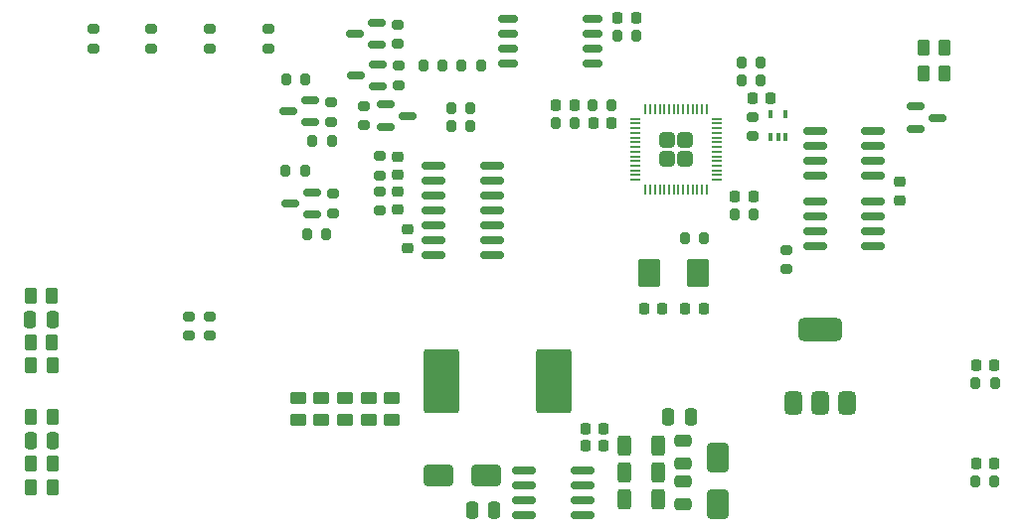
<source format=gbr>
%TF.GenerationSoftware,KiCad,Pcbnew,9.0.4-1.fc42*%
%TF.CreationDate,2025-09-28T20:56:02+03:00*%
%TF.ProjectId,ea01,65613031-2e6b-4696-9361-645f70636258,rev?*%
%TF.SameCoordinates,Original*%
%TF.FileFunction,Paste,Top*%
%TF.FilePolarity,Positive*%
%FSLAX46Y46*%
G04 Gerber Fmt 4.6, Leading zero omitted, Abs format (unit mm)*
G04 Created by KiCad (PCBNEW 9.0.4-1.fc42) date 2025-09-28 20:56:02*
%MOMM*%
%LPD*%
G01*
G04 APERTURE LIST*
G04 Aperture macros list*
%AMRoundRect*
0 Rectangle with rounded corners*
0 $1 Rounding radius*
0 $2 $3 $4 $5 $6 $7 $8 $9 X,Y pos of 4 corners*
0 Add a 4 corners polygon primitive as box body*
4,1,4,$2,$3,$4,$5,$6,$7,$8,$9,$2,$3,0*
0 Add four circle primitives for the rounded corners*
1,1,$1+$1,$2,$3*
1,1,$1+$1,$4,$5*
1,1,$1+$1,$6,$7*
1,1,$1+$1,$8,$9*
0 Add four rect primitives between the rounded corners*
20,1,$1+$1,$2,$3,$4,$5,0*
20,1,$1+$1,$4,$5,$6,$7,0*
20,1,$1+$1,$6,$7,$8,$9,0*
20,1,$1+$1,$8,$9,$2,$3,0*%
G04 Aperture macros list end*
%ADD10RoundRect,0.225000X-0.225000X-0.250000X0.225000X-0.250000X0.225000X0.250000X-0.225000X0.250000X0*%
%ADD11RoundRect,0.250000X-0.250000X-0.475000X0.250000X-0.475000X0.250000X0.475000X-0.250000X0.475000X0*%
%ADD12RoundRect,0.200000X0.275000X-0.200000X0.275000X0.200000X-0.275000X0.200000X-0.275000X-0.200000X0*%
%ADD13RoundRect,0.200000X-0.275000X0.200000X-0.275000X-0.200000X0.275000X-0.200000X0.275000X0.200000X0*%
%ADD14RoundRect,0.200000X0.200000X0.275000X-0.200000X0.275000X-0.200000X-0.275000X0.200000X-0.275000X0*%
%ADD15RoundRect,0.250000X1.000000X0.650000X-1.000000X0.650000X-1.000000X-0.650000X1.000000X-0.650000X0*%
%ADD16RoundRect,0.150000X-0.825000X-0.150000X0.825000X-0.150000X0.825000X0.150000X-0.825000X0.150000X0*%
%ADD17RoundRect,0.250000X0.262500X0.450000X-0.262500X0.450000X-0.262500X-0.450000X0.262500X-0.450000X0*%
%ADD18RoundRect,0.250000X0.312500X0.625000X-0.312500X0.625000X-0.312500X-0.625000X0.312500X-0.625000X0*%
%ADD19RoundRect,0.250000X-0.450000X0.262500X-0.450000X-0.262500X0.450000X-0.262500X0.450000X0.262500X0*%
%ADD20RoundRect,0.250000X0.450000X-0.262500X0.450000X0.262500X-0.450000X0.262500X-0.450000X-0.262500X0*%
%ADD21RoundRect,0.250000X-0.475000X0.250000X-0.475000X-0.250000X0.475000X-0.250000X0.475000X0.250000X0*%
%ADD22RoundRect,0.225000X0.225000X0.250000X-0.225000X0.250000X-0.225000X-0.250000X0.225000X-0.250000X0*%
%ADD23RoundRect,0.250000X0.250000X0.475000X-0.250000X0.475000X-0.250000X-0.475000X0.250000X-0.475000X0*%
%ADD24RoundRect,0.150000X0.587500X0.150000X-0.587500X0.150000X-0.587500X-0.150000X0.587500X-0.150000X0*%
%ADD25RoundRect,0.250000X-0.262500X-0.450000X0.262500X-0.450000X0.262500X0.450000X-0.262500X0.450000X0*%
%ADD26RoundRect,0.200000X-0.200000X-0.275000X0.200000X-0.275000X0.200000X0.275000X-0.200000X0.275000X0*%
%ADD27RoundRect,0.250000X0.475000X-0.250000X0.475000X0.250000X-0.475000X0.250000X-0.475000X-0.250000X0*%
%ADD28RoundRect,0.150000X-0.587500X-0.150000X0.587500X-0.150000X0.587500X0.150000X-0.587500X0.150000X0*%
%ADD29RoundRect,0.250000X0.700000X0.950000X-0.700000X0.950000X-0.700000X-0.950000X0.700000X-0.950000X0*%
%ADD30RoundRect,0.150000X0.825000X0.150000X-0.825000X0.150000X-0.825000X-0.150000X0.825000X-0.150000X0*%
%ADD31RoundRect,0.100000X0.100000X-0.225000X0.100000X0.225000X-0.100000X0.225000X-0.100000X-0.225000X0*%
%ADD32RoundRect,0.249999X-1.250001X-2.500001X1.250001X-2.500001X1.250001X2.500001X-1.250001X2.500001X0*%
%ADD33RoundRect,0.225000X-0.250000X0.225000X-0.250000X-0.225000X0.250000X-0.225000X0.250000X0.225000X0*%
%ADD34RoundRect,0.250000X-0.650000X1.000000X-0.650000X-1.000000X0.650000X-1.000000X0.650000X1.000000X0*%
%ADD35RoundRect,0.249999X-0.395001X-0.395001X0.395001X-0.395001X0.395001X0.395001X-0.395001X0.395001X0*%
%ADD36RoundRect,0.050000X-0.387500X-0.050000X0.387500X-0.050000X0.387500X0.050000X-0.387500X0.050000X0*%
%ADD37RoundRect,0.050000X-0.050000X-0.387500X0.050000X-0.387500X0.050000X0.387500X-0.050000X0.387500X0*%
%ADD38RoundRect,0.225000X0.250000X-0.225000X0.250000X0.225000X-0.250000X0.225000X-0.250000X-0.225000X0*%
%ADD39RoundRect,0.375000X0.375000X-0.625000X0.375000X0.625000X-0.375000X0.625000X-0.375000X-0.625000X0*%
%ADD40RoundRect,0.500000X1.400000X-0.500000X1.400000X0.500000X-1.400000X0.500000X-1.400000X-0.500000X0*%
%ADD41RoundRect,0.162500X-0.650000X-0.162500X0.650000X-0.162500X0.650000X0.162500X-0.650000X0.162500X0*%
G04 APERTURE END LIST*
D10*
%TO.C,C1*%
X134475000Y-65750000D03*
X136025000Y-65750000D03*
%TD*%
D11*
%TO.C,C6*%
X128800000Y-84500000D03*
X130700000Y-84500000D03*
%TD*%
D12*
%TO.C,R27*%
X105837500Y-56200000D03*
X105837500Y-54550000D03*
%TD*%
D13*
%TO.C,R37*%
X94750000Y-51425000D03*
X94750000Y-53075000D03*
%TD*%
D14*
%TO.C,R16*%
X131825000Y-69250000D03*
X130175000Y-69250000D03*
%TD*%
D15*
%TO.C,D2*%
X113250000Y-89500000D03*
X109250000Y-89500000D03*
%TD*%
D16*
%TO.C,U4*%
X116500000Y-89095000D03*
X116500000Y-90365000D03*
X116500000Y-91635000D03*
X116500000Y-92905000D03*
X121450000Y-92905000D03*
X121450000Y-91635000D03*
X121450000Y-90365000D03*
X121450000Y-89095000D03*
%TD*%
D13*
%TO.C,R56*%
X138850000Y-70275000D03*
X138850000Y-71925000D03*
%TD*%
D17*
%TO.C,R48*%
X76325000Y-84500000D03*
X74500000Y-84500000D03*
%TD*%
D18*
%TO.C,R2*%
X127962500Y-87000000D03*
X125037500Y-87000000D03*
%TD*%
D10*
%TO.C,C12*%
X121725000Y-87000000D03*
X123275000Y-87000000D03*
%TD*%
D19*
%TO.C,R61*%
X101250000Y-82925000D03*
X101250000Y-84750000D03*
%TD*%
D20*
%TO.C,FB4*%
X105250000Y-84750000D03*
X105250000Y-82925000D03*
%TD*%
D21*
%TO.C,C3*%
X130000000Y-90050000D03*
X130000000Y-91950000D03*
%TD*%
D22*
%TO.C,C48*%
X123935201Y-59440795D03*
X122385201Y-59440795D03*
%TD*%
D11*
%TO.C,C42*%
X74450000Y-76200000D03*
X76350000Y-76200000D03*
%TD*%
D10*
%TO.C,C13*%
X121725000Y-85500000D03*
X123275000Y-85500000D03*
%TD*%
D13*
%TO.C,R31*%
X84750000Y-51425000D03*
X84750000Y-53075000D03*
%TD*%
D14*
%TO.C,R23*%
X111950000Y-58200000D03*
X110300000Y-58200000D03*
%TD*%
D23*
%TO.C,C8*%
X113950000Y-92500000D03*
X112050000Y-92500000D03*
%TD*%
D24*
%TO.C,Q6*%
X103975000Y-52800000D03*
X103975000Y-50900000D03*
X102100000Y-51850000D03*
%TD*%
D25*
%TO.C,R47*%
X74500000Y-90500000D03*
X76325000Y-90500000D03*
%TD*%
D24*
%TO.C,Q11*%
X98462500Y-67250000D03*
X98462500Y-65350000D03*
X96587500Y-66300000D03*
%TD*%
D26*
%TO.C,R80*%
X96200000Y-63550000D03*
X97850000Y-63550000D03*
%TD*%
D25*
%TO.C,R41*%
X74500000Y-80100000D03*
X76325000Y-80100000D03*
%TD*%
D14*
%TO.C,R12*%
X136685000Y-54300000D03*
X135035000Y-54300000D03*
%TD*%
%TO.C,R25*%
X112825000Y-54500000D03*
X111175000Y-54500000D03*
%TD*%
%TO.C,R78*%
X99650000Y-68900000D03*
X98000000Y-68900000D03*
%TD*%
%TO.C,R1*%
X136075000Y-67250000D03*
X134425000Y-67250000D03*
%TD*%
D19*
%TO.C,R63*%
X103250000Y-82925000D03*
X103250000Y-84750000D03*
%TD*%
D13*
%TO.C,R43*%
X88000000Y-75925000D03*
X88000000Y-77575000D03*
%TD*%
D27*
%TO.C,C7*%
X130000000Y-88450000D03*
X130000000Y-86550000D03*
%TD*%
D12*
%TO.C,R33*%
X105775000Y-52700000D03*
X105775000Y-51050000D03*
%TD*%
%TO.C,R34*%
X89750000Y-53075000D03*
X89750000Y-51425000D03*
%TD*%
D28*
%TO.C,D1*%
X149862500Y-58050000D03*
X149862500Y-59950000D03*
X151737500Y-59000000D03*
%TD*%
D26*
%TO.C,R71*%
X96250000Y-55750000D03*
X97900000Y-55750000D03*
%TD*%
D25*
%TO.C,R46*%
X74500000Y-88500000D03*
X76325000Y-88500000D03*
%TD*%
D18*
%TO.C,R3*%
X127962500Y-89250000D03*
X125037500Y-89250000D03*
%TD*%
D14*
%TO.C,R21*%
X111950000Y-59700000D03*
X110300000Y-59700000D03*
%TD*%
D19*
%TO.C,R64*%
X97250000Y-82925000D03*
X97250000Y-84750000D03*
%TD*%
D26*
%TO.C,R52*%
X154950000Y-81600000D03*
X156600000Y-81600000D03*
%TD*%
D29*
%TO.C,Y1*%
X131300000Y-72250000D03*
X127200000Y-72250000D03*
%TD*%
D26*
%TO.C,R11*%
X124425000Y-52000000D03*
X126075000Y-52000000D03*
%TD*%
D10*
%TO.C,C40*%
X124475000Y-50500000D03*
X126025000Y-50500000D03*
%TD*%
D17*
%TO.C,FB1*%
X152312500Y-53000000D03*
X150487500Y-53000000D03*
%TD*%
D14*
%TO.C,R13*%
X136685000Y-55770000D03*
X135035000Y-55770000D03*
%TD*%
D12*
%TO.C,R28*%
X79800000Y-53075000D03*
X79800000Y-51425000D03*
%TD*%
D17*
%TO.C,R42*%
X76312500Y-74200000D03*
X74487500Y-74200000D03*
%TD*%
D26*
%TO.C,R53*%
X119175000Y-59450000D03*
X120825000Y-59450000D03*
%TD*%
D18*
%TO.C,R4*%
X127962500Y-91500000D03*
X125037500Y-91500000D03*
%TD*%
D30*
%TO.C,U3*%
X113775000Y-70670000D03*
X113775000Y-69400000D03*
X113775000Y-68130000D03*
X113775000Y-66860000D03*
X113775000Y-65590000D03*
X113775000Y-64320000D03*
X113775000Y-63050000D03*
X108825000Y-63050000D03*
X108825000Y-64320000D03*
X108825000Y-65590000D03*
X108825000Y-66860000D03*
X108825000Y-68130000D03*
X108825000Y-69400000D03*
X108825000Y-70670000D03*
%TD*%
D12*
%TO.C,R70*%
X100075000Y-59325000D03*
X100075000Y-57675000D03*
%TD*%
D31*
%TO.C,U5*%
X137500000Y-60600000D03*
X138150000Y-60600000D03*
X138800000Y-60600000D03*
X138800000Y-58700000D03*
X137500000Y-58700000D03*
%TD*%
D13*
%TO.C,R22*%
X102900000Y-57975000D03*
X102900000Y-59625000D03*
%TD*%
D16*
%TO.C,U2*%
X141275000Y-66095000D03*
X141275000Y-67365000D03*
X141275000Y-68635000D03*
X141275000Y-69905000D03*
X146225000Y-69905000D03*
X146225000Y-68635000D03*
X146225000Y-67365000D03*
X146225000Y-66095000D03*
%TD*%
D10*
%TO.C,C15*%
X135925000Y-57300000D03*
X137475000Y-57300000D03*
%TD*%
D32*
%TO.C,L1*%
X109500000Y-81500000D03*
X119000000Y-81500000D03*
%TD*%
D22*
%TO.C,C50*%
X120775000Y-57950000D03*
X119225000Y-57950000D03*
%TD*%
D33*
%TO.C,C43*%
X105700000Y-65300000D03*
X105700000Y-66850000D03*
%TD*%
D14*
%TO.C,R17*%
X109575000Y-54500000D03*
X107925000Y-54500000D03*
%TD*%
D12*
%TO.C,R79*%
X100275000Y-67125000D03*
X100275000Y-65475000D03*
%TD*%
D30*
%TO.C,U8*%
X146225000Y-63905000D03*
X146225000Y-62635000D03*
X146225000Y-61365000D03*
X146225000Y-60095000D03*
X141275000Y-60095000D03*
X141275000Y-61365000D03*
X141275000Y-62635000D03*
X141275000Y-63905000D03*
%TD*%
D34*
%TO.C,D5*%
X133000000Y-88000000D03*
X133000000Y-92000000D03*
%TD*%
D20*
%TO.C,R62*%
X99250000Y-84750000D03*
X99250000Y-82925000D03*
%TD*%
D13*
%TO.C,R49*%
X89750000Y-75925000D03*
X89750000Y-77575000D03*
%TD*%
D11*
%TO.C,C46*%
X74462500Y-86500000D03*
X76362500Y-86500000D03*
%TD*%
D35*
%TO.C,U1*%
X128650000Y-60887500D03*
X128650000Y-62487500D03*
X130250000Y-60887500D03*
X130250000Y-62487500D03*
D36*
X126012500Y-59087500D03*
X126012500Y-59487500D03*
X126012500Y-59887500D03*
X126012500Y-60287500D03*
X126012500Y-60687500D03*
X126012500Y-61087500D03*
X126012500Y-61487500D03*
X126012500Y-61887500D03*
X126012500Y-62287500D03*
X126012500Y-62687500D03*
X126012500Y-63087500D03*
X126012500Y-63487500D03*
X126012500Y-63887500D03*
X126012500Y-64287500D03*
D37*
X126850000Y-65125000D03*
X127250000Y-65125000D03*
X127650000Y-65125000D03*
X128050000Y-65125000D03*
X128450000Y-65125000D03*
X128850000Y-65125000D03*
X129250000Y-65125000D03*
X129650000Y-65125000D03*
X130050000Y-65125000D03*
X130450000Y-65125000D03*
X130850000Y-65125000D03*
X131250000Y-65125000D03*
X131650000Y-65125000D03*
X132050000Y-65125000D03*
D36*
X132887500Y-64287500D03*
X132887500Y-63887500D03*
X132887500Y-63487500D03*
X132887500Y-63087500D03*
X132887500Y-62687500D03*
X132887500Y-62287500D03*
X132887500Y-61887500D03*
X132887500Y-61487500D03*
X132887500Y-61087500D03*
X132887500Y-60687500D03*
X132887500Y-60287500D03*
X132887500Y-59887500D03*
X132887500Y-59487500D03*
X132887500Y-59087500D03*
D37*
X132050000Y-58250000D03*
X131650000Y-58250000D03*
X131250000Y-58250000D03*
X130850000Y-58250000D03*
X130450000Y-58250000D03*
X130050000Y-58250000D03*
X129650000Y-58250000D03*
X129250000Y-58250000D03*
X128850000Y-58250000D03*
X128450000Y-58250000D03*
X128050000Y-58250000D03*
X127650000Y-58250000D03*
X127250000Y-58250000D03*
X126850000Y-58250000D03*
%TD*%
D10*
%TO.C,C51*%
X154975000Y-88500000D03*
X156525000Y-88500000D03*
%TD*%
D24*
%TO.C,Q4*%
X104025000Y-56325000D03*
X104025000Y-54425000D03*
X102150000Y-55375000D03*
%TD*%
D10*
%TO.C,C49*%
X155000000Y-80100000D03*
X156550000Y-80100000D03*
%TD*%
%TO.C,C41*%
X130225000Y-75250000D03*
X131775000Y-75250000D03*
%TD*%
D25*
%TO.C,R40*%
X74487500Y-78200000D03*
X76312500Y-78200000D03*
%TD*%
D28*
%TO.C,Q2*%
X104699001Y-57866071D03*
X104699001Y-59766071D03*
X106574001Y-58816071D03*
%TD*%
D38*
%TO.C,C55*%
X148500000Y-66025000D03*
X148500000Y-64475000D03*
%TD*%
D39*
%TO.C,U6*%
X139400000Y-83350000D03*
X141700000Y-83350000D03*
D40*
X141700000Y-77050000D03*
D39*
X144000000Y-83350000D03*
%TD*%
D41*
%TO.C,U11*%
X115162500Y-50595000D03*
X115162500Y-51865000D03*
X115162500Y-53135000D03*
X115162500Y-54405000D03*
X122337500Y-54405000D03*
X122337500Y-53135000D03*
X122337500Y-51865000D03*
X122337500Y-50595000D03*
%TD*%
D33*
%TO.C,C47*%
X105700000Y-62300000D03*
X105700000Y-63850000D03*
%TD*%
D14*
%TO.C,R69*%
X100150000Y-61000000D03*
X98500000Y-61000000D03*
%TD*%
D38*
%TO.C,C45*%
X106600000Y-70075000D03*
X106600000Y-68525000D03*
%TD*%
D17*
%TO.C,FB2*%
X152312500Y-55250000D03*
X150487500Y-55250000D03*
%TD*%
D12*
%TO.C,R50*%
X104200000Y-63900000D03*
X104200000Y-62250000D03*
%TD*%
D24*
%TO.C,Q9*%
X98325000Y-59400000D03*
X98325000Y-57500000D03*
X96450000Y-58450000D03*
%TD*%
D26*
%TO.C,R51*%
X122335201Y-57940795D03*
X123985201Y-57940795D03*
%TD*%
D12*
%TO.C,R44*%
X104200000Y-66900000D03*
X104200000Y-65250000D03*
%TD*%
D22*
%TO.C,C39*%
X128275000Y-75250000D03*
X126725000Y-75250000D03*
%TD*%
D13*
%TO.C,R9*%
X136000000Y-58925000D03*
X136000000Y-60575000D03*
%TD*%
D26*
%TO.C,R54*%
X154925000Y-90000000D03*
X156575000Y-90000000D03*
%TD*%
M02*

</source>
